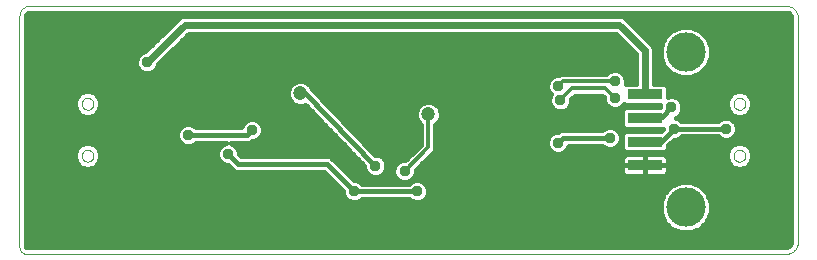
<source format=gbl>
G75*
%MOIN*%
%OFA0B0*%
%FSLAX24Y24*%
%IPPOS*%
%LPD*%
%AMOC8*
5,1,8,0,0,1.08239X$1,22.5*
%
%ADD10C,0.0000*%
%ADD11C,0.1310*%
%ADD12R,0.1181X0.0354*%
%ADD13C,0.0376*%
%ADD14C,0.0160*%
%ADD15C,0.0472*%
%ADD16C,0.0100*%
%ADD17C,0.0120*%
%ADD18C,0.0240*%
D10*
X000872Y000527D02*
X026208Y000527D01*
X026208Y000528D02*
X026246Y000530D01*
X026283Y000535D01*
X026320Y000545D01*
X026356Y000557D01*
X026390Y000574D01*
X026422Y000593D01*
X026453Y000616D01*
X026481Y000641D01*
X026506Y000669D01*
X026529Y000700D01*
X026548Y000732D01*
X026565Y000766D01*
X026577Y000802D01*
X026587Y000839D01*
X026592Y000876D01*
X026594Y000914D01*
X026594Y008399D01*
X026592Y008438D01*
X026586Y008476D01*
X026577Y008514D01*
X026564Y008551D01*
X026547Y008586D01*
X026527Y008619D01*
X026504Y008650D01*
X026478Y008679D01*
X026449Y008705D01*
X026418Y008728D01*
X026385Y008748D01*
X026350Y008765D01*
X026313Y008778D01*
X026275Y008787D01*
X026237Y008793D01*
X026198Y008795D01*
X000984Y008795D01*
X000949Y008793D01*
X000915Y008788D01*
X000881Y008779D01*
X000848Y008766D01*
X000817Y008750D01*
X000788Y008731D01*
X000761Y008709D01*
X000736Y008684D01*
X000714Y008657D01*
X000695Y008628D01*
X000679Y008597D01*
X000666Y008564D01*
X000657Y008530D01*
X000652Y008496D01*
X000650Y008461D01*
X000649Y008461D02*
X000649Y000750D01*
X000651Y000721D01*
X000657Y000692D01*
X000666Y000665D01*
X000679Y000639D01*
X000695Y000614D01*
X000714Y000592D01*
X000736Y000573D01*
X000760Y000557D01*
X000787Y000544D01*
X000814Y000535D01*
X000843Y000529D01*
X000872Y000527D01*
X002721Y003795D02*
X002723Y003822D01*
X002729Y003849D01*
X002738Y003875D01*
X002751Y003899D01*
X002767Y003922D01*
X002786Y003941D01*
X002808Y003958D01*
X002832Y003972D01*
X002857Y003982D01*
X002884Y003989D01*
X002911Y003992D01*
X002939Y003991D01*
X002966Y003986D01*
X002992Y003978D01*
X003016Y003966D01*
X003039Y003950D01*
X003060Y003932D01*
X003077Y003911D01*
X003092Y003887D01*
X003103Y003862D01*
X003111Y003836D01*
X003115Y003809D01*
X003115Y003781D01*
X003111Y003754D01*
X003103Y003728D01*
X003092Y003703D01*
X003077Y003679D01*
X003060Y003658D01*
X003039Y003640D01*
X003017Y003624D01*
X002992Y003612D01*
X002966Y003604D01*
X002939Y003599D01*
X002911Y003598D01*
X002884Y003601D01*
X002857Y003608D01*
X002832Y003618D01*
X002808Y003632D01*
X002786Y003649D01*
X002767Y003668D01*
X002751Y003691D01*
X002738Y003715D01*
X002729Y003741D01*
X002723Y003768D01*
X002721Y003795D01*
X002721Y005527D02*
X002723Y005554D01*
X002729Y005581D01*
X002738Y005607D01*
X002751Y005631D01*
X002767Y005654D01*
X002786Y005673D01*
X002808Y005690D01*
X002832Y005704D01*
X002857Y005714D01*
X002884Y005721D01*
X002911Y005724D01*
X002939Y005723D01*
X002966Y005718D01*
X002992Y005710D01*
X003016Y005698D01*
X003039Y005682D01*
X003060Y005664D01*
X003077Y005643D01*
X003092Y005619D01*
X003103Y005594D01*
X003111Y005568D01*
X003115Y005541D01*
X003115Y005513D01*
X003111Y005486D01*
X003103Y005460D01*
X003092Y005435D01*
X003077Y005411D01*
X003060Y005390D01*
X003039Y005372D01*
X003017Y005356D01*
X002992Y005344D01*
X002966Y005336D01*
X002939Y005331D01*
X002911Y005330D01*
X002884Y005333D01*
X002857Y005340D01*
X002832Y005350D01*
X002808Y005364D01*
X002786Y005381D01*
X002767Y005400D01*
X002751Y005423D01*
X002738Y005447D01*
X002729Y005473D01*
X002723Y005500D01*
X002721Y005527D01*
X024452Y005527D02*
X024454Y005554D01*
X024460Y005581D01*
X024469Y005607D01*
X024482Y005631D01*
X024498Y005654D01*
X024517Y005673D01*
X024539Y005690D01*
X024563Y005704D01*
X024588Y005714D01*
X024615Y005721D01*
X024642Y005724D01*
X024670Y005723D01*
X024697Y005718D01*
X024723Y005710D01*
X024747Y005698D01*
X024770Y005682D01*
X024791Y005664D01*
X024808Y005643D01*
X024823Y005619D01*
X024834Y005594D01*
X024842Y005568D01*
X024846Y005541D01*
X024846Y005513D01*
X024842Y005486D01*
X024834Y005460D01*
X024823Y005435D01*
X024808Y005411D01*
X024791Y005390D01*
X024770Y005372D01*
X024748Y005356D01*
X024723Y005344D01*
X024697Y005336D01*
X024670Y005331D01*
X024642Y005330D01*
X024615Y005333D01*
X024588Y005340D01*
X024563Y005350D01*
X024539Y005364D01*
X024517Y005381D01*
X024498Y005400D01*
X024482Y005423D01*
X024469Y005447D01*
X024460Y005473D01*
X024454Y005500D01*
X024452Y005527D01*
X024452Y003795D02*
X024454Y003822D01*
X024460Y003849D01*
X024469Y003875D01*
X024482Y003899D01*
X024498Y003922D01*
X024517Y003941D01*
X024539Y003958D01*
X024563Y003972D01*
X024588Y003982D01*
X024615Y003989D01*
X024642Y003992D01*
X024670Y003991D01*
X024697Y003986D01*
X024723Y003978D01*
X024747Y003966D01*
X024770Y003950D01*
X024791Y003932D01*
X024808Y003911D01*
X024823Y003887D01*
X024834Y003862D01*
X024842Y003836D01*
X024846Y003809D01*
X024846Y003781D01*
X024842Y003754D01*
X024834Y003728D01*
X024823Y003703D01*
X024808Y003679D01*
X024791Y003658D01*
X024770Y003640D01*
X024748Y003624D01*
X024723Y003612D01*
X024697Y003604D01*
X024670Y003599D01*
X024642Y003598D01*
X024615Y003601D01*
X024588Y003608D01*
X024563Y003618D01*
X024539Y003632D01*
X024517Y003649D01*
X024498Y003668D01*
X024482Y003691D01*
X024469Y003715D01*
X024460Y003741D01*
X024454Y003768D01*
X024452Y003795D01*
D11*
X022854Y002076D03*
X022854Y007246D03*
D12*
X021496Y005842D03*
X021496Y005055D03*
X021496Y004268D03*
X021496Y003480D03*
D13*
X020256Y003047D03*
X021673Y002968D03*
X018602Y004228D03*
X020335Y004386D03*
X022461Y004701D03*
X024193Y004701D03*
X022382Y005409D03*
X022854Y005646D03*
X020492Y005724D03*
X020492Y006275D03*
X018602Y006118D03*
X018681Y005646D03*
X017264Y004858D03*
X017342Y003520D03*
X013903Y002606D03*
X013484Y003283D03*
X012511Y003462D03*
X011807Y002606D03*
X009269Y003026D03*
X008163Y002406D03*
X006591Y002397D03*
X006399Y003699D03*
X007603Y003856D03*
X008399Y003981D03*
X009741Y003893D03*
X008399Y004652D03*
X007274Y005152D03*
X005621Y004601D03*
X006274Y004481D03*
X004825Y003777D03*
X011788Y005625D03*
X006749Y006806D03*
X004901Y006905D03*
X018602Y006905D03*
X020413Y007614D03*
D14*
X020572Y007818D02*
X006239Y007818D01*
X006286Y007865D02*
X020525Y007865D01*
X021196Y007195D01*
X021196Y006200D01*
X020859Y006200D01*
X020860Y006202D01*
X020860Y006349D01*
X020804Y006484D01*
X020701Y006588D01*
X020565Y006644D01*
X020419Y006644D01*
X020283Y006588D01*
X020211Y006515D01*
X018712Y006515D01*
X018641Y006486D01*
X018529Y006486D01*
X018394Y006430D01*
X018290Y006327D01*
X018234Y006191D01*
X018234Y006045D01*
X018290Y005909D01*
X018362Y005838D01*
X018313Y005719D01*
X018313Y005572D01*
X018369Y005437D01*
X018472Y005333D01*
X018608Y005277D01*
X018754Y005277D01*
X018890Y005333D01*
X018993Y005437D01*
X019049Y005572D01*
X019049Y005674D01*
X019174Y005799D01*
X020078Y005799D01*
X020124Y005753D01*
X020124Y005651D01*
X020180Y005516D01*
X020283Y005412D01*
X020419Y005356D01*
X020565Y005356D01*
X020701Y005412D01*
X020802Y005514D01*
X020831Y005485D01*
X022015Y005485D01*
X022014Y005483D01*
X022014Y005412D01*
X020831Y005412D01*
X020725Y005307D01*
X020725Y004803D01*
X020831Y004698D01*
X022090Y004698D01*
X022017Y004625D01*
X020831Y004625D01*
X020725Y004519D01*
X020725Y004016D01*
X020831Y003910D01*
X022161Y003910D01*
X022266Y004016D01*
X022266Y004139D01*
X022460Y004333D01*
X022534Y004333D01*
X022669Y004389D01*
X022721Y004441D01*
X023932Y004441D01*
X023984Y004389D01*
X024120Y004333D01*
X024266Y004333D01*
X024401Y004389D01*
X024505Y004492D01*
X024561Y004627D01*
X024561Y004774D01*
X024505Y004909D01*
X024401Y005013D01*
X024266Y005069D01*
X024120Y005069D01*
X023984Y005013D01*
X023932Y004961D01*
X022721Y004961D01*
X022669Y005013D01*
X022534Y005069D01*
X022522Y005069D01*
X022590Y005097D01*
X022694Y005201D01*
X022750Y005336D01*
X022750Y005483D01*
X022694Y005618D01*
X022590Y005721D01*
X022455Y005777D01*
X022309Y005777D01*
X022266Y005760D01*
X022266Y006094D01*
X022161Y006200D01*
X021796Y006200D01*
X021796Y007378D01*
X021750Y007489D01*
X020904Y008335D01*
X020819Y008420D01*
X020709Y008465D01*
X006102Y008465D01*
X005991Y008420D01*
X004845Y007274D01*
X004828Y007274D01*
X004693Y007217D01*
X004589Y007114D01*
X004533Y006979D01*
X004533Y006832D01*
X004589Y006697D01*
X004693Y006593D01*
X004828Y006537D01*
X004975Y006537D01*
X005110Y006593D01*
X005214Y006697D01*
X005270Y006832D01*
X005270Y006849D01*
X006286Y007865D01*
X006080Y007660D02*
X020731Y007660D01*
X020889Y007501D02*
X005922Y007501D01*
X005763Y007343D02*
X021048Y007343D01*
X021196Y007184D02*
X005605Y007184D01*
X005446Y007026D02*
X021196Y007026D01*
X021196Y006867D02*
X005288Y006867D01*
X005219Y006709D02*
X021196Y006709D01*
X021196Y006550D02*
X020738Y006550D01*
X020842Y006392D02*
X021196Y006392D01*
X021196Y006233D02*
X020860Y006233D01*
X020246Y006550D02*
X005006Y006550D01*
X004796Y006550D02*
X000879Y006550D01*
X000879Y006709D02*
X004584Y006709D01*
X004533Y006867D02*
X000879Y006867D01*
X000879Y007026D02*
X004553Y007026D01*
X004660Y007184D02*
X000879Y007184D01*
X000879Y007343D02*
X004915Y007343D01*
X005073Y007501D02*
X000879Y007501D01*
X000879Y007660D02*
X005232Y007660D01*
X005390Y007818D02*
X000879Y007818D01*
X000879Y007977D02*
X005549Y007977D01*
X005707Y008135D02*
X000879Y008135D01*
X000879Y008294D02*
X005866Y008294D01*
X006071Y008452D02*
X000879Y008452D01*
X000879Y008461D02*
X000881Y008481D01*
X000897Y008519D01*
X000926Y008548D01*
X000963Y008563D01*
X000984Y008565D01*
X026198Y008565D01*
X026231Y008562D01*
X026291Y008537D01*
X026336Y008491D01*
X026361Y008431D01*
X026364Y008399D01*
X026364Y000914D01*
X026361Y000883D01*
X026338Y000827D01*
X026295Y000784D01*
X026239Y000760D01*
X026208Y000757D01*
X000879Y000757D01*
X000879Y008461D01*
X000879Y006392D02*
X018356Y006392D01*
X018252Y006233D02*
X010233Y006233D01*
X010246Y006228D02*
X010094Y006291D01*
X009928Y006291D01*
X009775Y006228D01*
X009658Y006111D01*
X009594Y005958D01*
X009594Y005792D01*
X009658Y005639D01*
X009775Y005522D01*
X009928Y005459D01*
X010094Y005459D01*
X010182Y005495D01*
X012143Y003469D01*
X012143Y003389D01*
X012199Y003254D01*
X012302Y003150D01*
X012437Y003094D01*
X012584Y003094D01*
X012719Y003150D01*
X012823Y003254D01*
X012879Y003389D01*
X012879Y003536D01*
X012823Y003671D01*
X012719Y003775D01*
X012584Y003831D01*
X012516Y003831D01*
X010403Y006015D01*
X010364Y006111D01*
X010246Y006228D01*
X010378Y006075D02*
X018234Y006075D01*
X018287Y005916D02*
X010499Y005916D01*
X010652Y005758D02*
X018329Y005758D01*
X018313Y005599D02*
X010805Y005599D01*
X010959Y005441D02*
X013951Y005441D01*
X013919Y005409D02*
X013855Y005256D01*
X013855Y005090D01*
X013919Y004937D01*
X014032Y004824D01*
X014032Y004170D01*
X013513Y003651D01*
X013411Y003651D01*
X013276Y003595D01*
X013172Y003492D01*
X013116Y003357D01*
X013116Y003210D01*
X013172Y003075D01*
X013276Y002971D01*
X013411Y002915D01*
X013557Y002915D01*
X013693Y002971D01*
X013796Y003075D01*
X013852Y003210D01*
X013852Y003312D01*
X014475Y003935D01*
X014512Y004023D01*
X014512Y004824D01*
X014624Y004937D01*
X014688Y005090D01*
X014688Y005256D01*
X014624Y005409D01*
X014507Y005526D01*
X014354Y005589D01*
X014189Y005589D01*
X014036Y005526D01*
X013919Y005409D01*
X013866Y005282D02*
X011112Y005282D01*
X011265Y005124D02*
X013855Y005124D01*
X013907Y004965D02*
X011419Y004965D01*
X011572Y004807D02*
X014032Y004807D01*
X014032Y004648D02*
X011725Y004648D01*
X011879Y004490D02*
X014032Y004490D01*
X014032Y004331D02*
X012032Y004331D01*
X012185Y004173D02*
X014032Y004173D01*
X013876Y004014D02*
X012339Y004014D01*
X012492Y003856D02*
X013717Y003856D01*
X013559Y003697D02*
X012796Y003697D01*
X012877Y003539D02*
X013219Y003539D01*
X013126Y003380D02*
X012875Y003380D01*
X012511Y003462D02*
X010177Y005875D01*
X010011Y005875D01*
X009698Y005599D02*
X003345Y005599D01*
X003345Y005612D02*
X003280Y005769D01*
X003160Y005889D01*
X003003Y005954D01*
X002833Y005954D01*
X002676Y005889D01*
X002556Y005769D01*
X002491Y005612D01*
X002491Y005443D01*
X002556Y005286D01*
X002676Y005166D01*
X002833Y005101D01*
X003003Y005101D01*
X003160Y005166D01*
X003280Y005286D01*
X003345Y005443D01*
X003345Y005612D01*
X003285Y005758D02*
X009609Y005758D01*
X009594Y005916D02*
X003094Y005916D01*
X002742Y005916D02*
X000879Y005916D01*
X000879Y005758D02*
X002552Y005758D01*
X002491Y005599D02*
X000879Y005599D01*
X000879Y005441D02*
X002492Y005441D01*
X002560Y005282D02*
X000879Y005282D01*
X000879Y005124D02*
X002777Y005124D01*
X003059Y005124D02*
X010542Y005124D01*
X010388Y005282D02*
X003277Y005282D01*
X003344Y005441D02*
X010235Y005441D01*
X010695Y004965D02*
X008606Y004965D01*
X008608Y004965D02*
X008473Y005021D01*
X008326Y005021D01*
X008191Y004965D01*
X008087Y004861D01*
X008038Y004741D01*
X006535Y004741D01*
X006483Y004793D01*
X006348Y004849D01*
X006201Y004849D01*
X006066Y004793D01*
X005962Y004690D01*
X005906Y004554D01*
X005906Y004408D01*
X005962Y004273D01*
X006066Y004169D01*
X006201Y004113D01*
X006348Y004113D01*
X006483Y004169D01*
X006535Y004221D01*
X007523Y004221D01*
X007395Y004168D01*
X007291Y004065D01*
X007235Y003929D01*
X007235Y003783D01*
X007291Y003648D01*
X007395Y003544D01*
X007530Y003488D01*
X007604Y003488D01*
X007793Y003299D01*
X007888Y003260D01*
X010786Y003260D01*
X011439Y002607D01*
X011439Y002533D01*
X011495Y002398D01*
X011598Y002294D01*
X011734Y002238D01*
X011880Y002238D01*
X012015Y002294D01*
X012068Y002346D01*
X013643Y002346D01*
X013695Y002294D01*
X013830Y002238D01*
X013977Y002238D01*
X014112Y002294D01*
X014215Y002398D01*
X014272Y002533D01*
X014272Y002679D01*
X014215Y002815D01*
X014112Y002918D01*
X013977Y002974D01*
X013830Y002974D01*
X013695Y002918D01*
X013643Y002866D01*
X012068Y002866D01*
X012015Y002918D01*
X011880Y002974D01*
X011807Y002974D01*
X011041Y003740D01*
X010945Y003780D01*
X008048Y003780D01*
X007971Y003856D01*
X011768Y003856D01*
X011922Y003697D02*
X011083Y003697D01*
X011242Y003539D02*
X012075Y003539D01*
X012146Y003380D02*
X011400Y003380D01*
X011559Y003222D02*
X012231Y003222D01*
X011717Y003063D02*
X013183Y003063D01*
X013116Y003222D02*
X012791Y003222D01*
X012029Y002905D02*
X013682Y002905D01*
X013785Y003063D02*
X026364Y003063D01*
X026364Y003222D02*
X022248Y003222D01*
X022254Y003234D02*
X022231Y003193D01*
X022197Y003159D01*
X022156Y003135D01*
X022110Y003123D01*
X021505Y003123D01*
X021505Y003472D01*
X021505Y003489D01*
X022266Y003489D01*
X022266Y003681D01*
X022254Y003727D01*
X022231Y003768D01*
X022197Y003801D01*
X022156Y003825D01*
X022110Y003837D01*
X021505Y003837D01*
X021505Y003489D01*
X021487Y003489D01*
X021487Y003472D01*
X020725Y003472D01*
X020725Y003279D01*
X020738Y003234D01*
X020761Y003193D01*
X020795Y003159D01*
X020836Y003135D01*
X020882Y003123D01*
X021487Y003123D01*
X021487Y003472D01*
X021505Y003472D01*
X022266Y003472D01*
X022266Y003279D01*
X022254Y003234D01*
X022266Y003380D02*
X024534Y003380D01*
X024564Y003368D02*
X024407Y003433D01*
X024287Y003553D01*
X024222Y003710D01*
X024222Y003880D01*
X024287Y004037D01*
X024407Y004157D01*
X024564Y004222D01*
X024733Y004222D01*
X024890Y004157D01*
X025010Y004037D01*
X025075Y003880D01*
X025075Y003710D01*
X025010Y003553D01*
X024890Y003433D01*
X024733Y003368D01*
X024564Y003368D01*
X024763Y003380D02*
X026364Y003380D01*
X026364Y003539D02*
X024996Y003539D01*
X025070Y003697D02*
X026364Y003697D01*
X026364Y003856D02*
X025075Y003856D01*
X025020Y004014D02*
X026364Y004014D01*
X026364Y004173D02*
X024852Y004173D01*
X024445Y004173D02*
X022300Y004173D01*
X022459Y004331D02*
X026364Y004331D01*
X026364Y004490D02*
X024503Y004490D01*
X024561Y004648D02*
X026364Y004648D01*
X026364Y004807D02*
X024547Y004807D01*
X024193Y004701D02*
X022461Y004701D01*
X021988Y004228D01*
X021496Y004268D01*
X020725Y004331D02*
X020703Y004331D01*
X020703Y004312D02*
X020647Y004177D01*
X020543Y004074D01*
X020408Y004018D01*
X020261Y004018D01*
X020126Y004074D01*
X020074Y004126D01*
X018958Y004126D01*
X018914Y004020D01*
X018811Y003916D01*
X018675Y003860D01*
X018529Y003860D01*
X018394Y003916D01*
X018290Y004020D01*
X018234Y004155D01*
X018234Y004301D01*
X018290Y004437D01*
X018394Y004540D01*
X018529Y004596D01*
X018603Y004596D01*
X018612Y004606D01*
X018708Y004646D01*
X020074Y004646D01*
X020126Y004698D01*
X020261Y004754D01*
X020408Y004754D01*
X020543Y004698D01*
X020647Y004594D01*
X020703Y004459D01*
X020703Y004312D01*
X020725Y004173D02*
X020642Y004173D01*
X020727Y004014D02*
X018909Y004014D01*
X018602Y004228D02*
X018760Y004386D01*
X020335Y004386D01*
X020690Y004490D02*
X020725Y004490D01*
X020592Y004648D02*
X022041Y004648D01*
X022716Y004965D02*
X023937Y004965D01*
X024287Y005286D02*
X024407Y005166D01*
X024564Y005101D01*
X024733Y005101D01*
X024890Y005166D01*
X025010Y005286D01*
X025075Y005443D01*
X025075Y005612D01*
X025010Y005769D01*
X024890Y005889D01*
X024733Y005954D01*
X024564Y005954D01*
X024407Y005889D01*
X024287Y005769D01*
X024222Y005612D01*
X024222Y005443D01*
X024287Y005286D01*
X024290Y005282D02*
X022728Y005282D01*
X022617Y005124D02*
X024507Y005124D01*
X024790Y005124D02*
X026364Y005124D01*
X026364Y005282D02*
X025007Y005282D01*
X025075Y005441D02*
X026364Y005441D01*
X026364Y005599D02*
X025075Y005599D01*
X025015Y005758D02*
X026364Y005758D01*
X026364Y005916D02*
X024825Y005916D01*
X024472Y005916D02*
X022266Y005916D01*
X022266Y006075D02*
X026364Y006075D01*
X026364Y006233D02*
X021796Y006233D01*
X021796Y006392D02*
X026364Y006392D01*
X026364Y006550D02*
X023339Y006550D01*
X023327Y006538D02*
X023562Y006773D01*
X023689Y007080D01*
X023689Y007412D01*
X023562Y007719D01*
X023327Y007954D01*
X023020Y008081D01*
X022688Y008081D01*
X022381Y007954D01*
X022146Y007719D01*
X022019Y007412D01*
X022019Y007080D01*
X022146Y006773D01*
X022381Y006538D01*
X022688Y006411D01*
X023020Y006411D01*
X023327Y006538D01*
X023498Y006709D02*
X026364Y006709D01*
X026364Y006867D02*
X023601Y006867D01*
X023667Y007026D02*
X026364Y007026D01*
X026364Y007184D02*
X023689Y007184D01*
X023689Y007343D02*
X026364Y007343D01*
X026364Y007501D02*
X023652Y007501D01*
X023587Y007660D02*
X026364Y007660D01*
X026364Y007818D02*
X023463Y007818D01*
X023272Y007977D02*
X026364Y007977D01*
X026364Y008135D02*
X021104Y008135D01*
X021262Y007977D02*
X022436Y007977D01*
X022245Y007818D02*
X021421Y007818D01*
X021579Y007660D02*
X022122Y007660D01*
X022056Y007501D02*
X021738Y007501D01*
X021796Y007343D02*
X022019Y007343D01*
X022019Y007184D02*
X021796Y007184D01*
X021796Y007026D02*
X022042Y007026D01*
X022107Y006867D02*
X021796Y006867D01*
X021796Y006709D02*
X022211Y006709D01*
X022369Y006550D02*
X021796Y006550D01*
X022502Y005758D02*
X024282Y005758D01*
X024222Y005599D02*
X022701Y005599D01*
X022750Y005441D02*
X024222Y005441D01*
X024449Y004965D02*
X026364Y004965D01*
X024277Y004014D02*
X022265Y004014D01*
X022262Y003697D02*
X024227Y003697D01*
X024301Y003539D02*
X022266Y003539D01*
X021505Y003539D02*
X021487Y003539D01*
X021487Y003489D02*
X021487Y003837D01*
X020882Y003837D01*
X020836Y003825D01*
X020795Y003801D01*
X020761Y003768D01*
X020738Y003727D01*
X020725Y003681D01*
X020725Y003489D01*
X021487Y003489D01*
X021487Y003380D02*
X021505Y003380D01*
X021505Y003222D02*
X021487Y003222D01*
X020744Y003222D02*
X013852Y003222D01*
X013921Y003380D02*
X020725Y003380D01*
X020725Y003539D02*
X014079Y003539D01*
X014238Y003697D02*
X020730Y003697D01*
X021487Y003697D02*
X021505Y003697D01*
X022381Y002784D02*
X022688Y002911D01*
X023020Y002911D01*
X023327Y002784D01*
X023562Y002549D01*
X023689Y002242D01*
X023689Y001910D01*
X023562Y001603D01*
X023327Y001368D01*
X023020Y001241D01*
X022688Y001241D01*
X022381Y001368D01*
X022146Y001603D01*
X022019Y001910D01*
X022019Y002242D01*
X022146Y002549D01*
X022381Y002784D01*
X022343Y002746D02*
X014244Y002746D01*
X014272Y002588D02*
X022185Y002588D01*
X022097Y002429D02*
X014229Y002429D01*
X014056Y002271D02*
X022031Y002271D01*
X022019Y002112D02*
X000879Y002112D01*
X000879Y002271D02*
X011654Y002271D01*
X011960Y002271D02*
X013751Y002271D01*
X013903Y002606D02*
X011807Y002606D01*
X010894Y003520D01*
X007940Y003520D01*
X007603Y003856D01*
X007235Y003856D02*
X003345Y003856D01*
X003345Y003880D02*
X003280Y004037D01*
X003160Y004157D01*
X003003Y004222D01*
X002833Y004222D01*
X002676Y004157D01*
X002556Y004037D01*
X002491Y003880D01*
X002491Y003710D01*
X002556Y003553D01*
X002676Y003433D01*
X002833Y003368D01*
X003003Y003368D01*
X003160Y003433D01*
X003280Y003553D01*
X003345Y003710D01*
X003345Y003880D01*
X003340Y003697D02*
X007271Y003697D01*
X007407Y003539D02*
X003266Y003539D01*
X003032Y003380D02*
X007711Y003380D01*
X007971Y003856D02*
X007971Y003929D01*
X007915Y004065D01*
X007812Y004168D01*
X007684Y004221D01*
X008280Y004221D01*
X008376Y004261D01*
X008399Y004284D01*
X008473Y004284D01*
X008608Y004340D01*
X008712Y004444D01*
X008768Y004579D01*
X008768Y004726D01*
X008712Y004861D01*
X008608Y004965D01*
X008734Y004807D02*
X010848Y004807D01*
X011002Y004648D02*
X008768Y004648D01*
X008399Y004652D02*
X008228Y004481D01*
X006274Y004481D01*
X005906Y004490D02*
X000879Y004490D01*
X000879Y004648D02*
X005945Y004648D01*
X006099Y004807D02*
X000879Y004807D01*
X000879Y004965D02*
X008193Y004965D01*
X008065Y004807D02*
X006450Y004807D01*
X005938Y004331D02*
X000879Y004331D01*
X000879Y004173D02*
X002715Y004173D01*
X002547Y004014D02*
X000879Y004014D01*
X000879Y003856D02*
X002491Y003856D01*
X002497Y003697D02*
X000879Y003697D01*
X000879Y003539D02*
X002571Y003539D01*
X002804Y003380D02*
X000879Y003380D01*
X000879Y003222D02*
X010824Y003222D01*
X010982Y003063D02*
X000879Y003063D01*
X000879Y002905D02*
X011141Y002905D01*
X011299Y002746D02*
X000879Y002746D01*
X000879Y002588D02*
X011439Y002588D01*
X011482Y002429D02*
X000879Y002429D01*
X000879Y001954D02*
X022019Y001954D01*
X022067Y001795D02*
X000879Y001795D01*
X000879Y001637D02*
X022132Y001637D01*
X022271Y001478D02*
X000879Y001478D01*
X000879Y001320D02*
X022498Y001320D01*
X023210Y001320D02*
X026364Y001320D01*
X026364Y001161D02*
X000879Y001161D01*
X000879Y001003D02*
X026364Y001003D01*
X026345Y000844D02*
X000879Y000844D01*
X003289Y004014D02*
X007270Y004014D01*
X007406Y004173D02*
X006487Y004173D01*
X006062Y004173D02*
X003122Y004173D01*
X007800Y004173D02*
X011462Y004173D01*
X011308Y004331D02*
X008586Y004331D01*
X008731Y004490D02*
X011155Y004490D01*
X011615Y004014D02*
X007936Y004014D01*
X009643Y006075D02*
X000879Y006075D01*
X000879Y006233D02*
X009789Y006233D01*
X014592Y005441D02*
X018367Y005441D01*
X018596Y005282D02*
X014677Y005282D01*
X014688Y005124D02*
X020725Y005124D01*
X020725Y005282D02*
X018766Y005282D01*
X018995Y005441D02*
X020255Y005441D01*
X020145Y005599D02*
X019049Y005599D01*
X019133Y005758D02*
X020119Y005758D01*
X020729Y005441D02*
X022014Y005441D01*
X022067Y005094D02*
X022382Y005409D01*
X022067Y005094D02*
X021712Y005094D01*
X021496Y005055D01*
X020725Y004965D02*
X014636Y004965D01*
X014512Y004807D02*
X020725Y004807D01*
X020077Y004648D02*
X014512Y004648D01*
X014512Y004490D02*
X018343Y004490D01*
X018247Y004331D02*
X014512Y004331D01*
X014512Y004173D02*
X018234Y004173D01*
X018295Y004014D02*
X014508Y004014D01*
X014396Y003856D02*
X024222Y003856D01*
X023036Y002905D02*
X026364Y002905D01*
X026364Y002746D02*
X023365Y002746D01*
X023523Y002588D02*
X026364Y002588D01*
X026364Y002429D02*
X023612Y002429D01*
X023677Y002271D02*
X026364Y002271D01*
X026364Y002112D02*
X023689Y002112D01*
X023689Y001954D02*
X026364Y001954D01*
X026364Y001795D02*
X023642Y001795D01*
X023576Y001637D02*
X026364Y001637D01*
X026364Y001478D02*
X023437Y001478D01*
X022673Y002905D02*
X014125Y002905D01*
X020945Y008294D02*
X026364Y008294D01*
X026352Y008452D02*
X020740Y008452D01*
D15*
X014272Y005173D03*
X010011Y005875D03*
D16*
X011432Y002981D02*
X011807Y002606D01*
D17*
X011432Y002981D02*
X011424Y002981D01*
X013484Y003283D02*
X014272Y004071D01*
X014272Y005173D01*
X018602Y006118D02*
X018760Y006275D01*
X020492Y006275D01*
X020177Y006039D02*
X019075Y006039D01*
X018681Y005646D01*
X020177Y006039D02*
X020492Y005724D01*
D18*
X021496Y005842D02*
X021496Y007319D01*
X020649Y008165D01*
X006161Y008165D01*
X004901Y006905D01*
M02*

</source>
